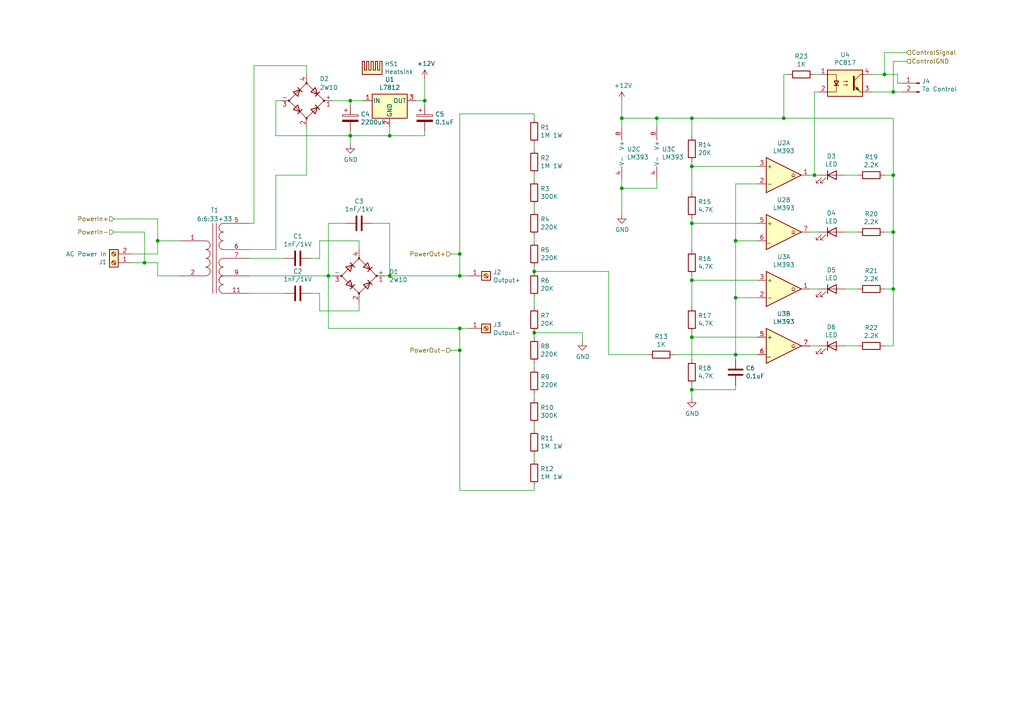
<source format=kicad_sch>
(kicad_sch (version 20211123) (generator eeschema)
  (paper "A4")
  (title_block (title "Capacitor Bank Adapter") (date "2020-09-16") (rev "1"))
  (lib_symbols
    (symbol "Comparator:LM393" (pin_names (offset 0.127))
      (property "Reference" "U" (at 3.81 3.81 0))
      (property "Value" "LM393" (at 6.35 -3.81 0))
      (symbol "LM393_1_1"
        (polyline (pts (xy -5.08 5.08) (xy 5.08 0) (xy -5.08 -5.08) (xy -5.08 5.08)) (stroke (width 0.254)) (fill (type background)))
        (polyline (pts (xy 3.302 -0.508) (xy 2.794 -0.508) (xy 3.302 0) (xy 2.794 0.508) (xy 2.286 0) (xy 2.794 -0.508) (xy 2.286 -0.508)) (stroke (width 0.127)))
        (pin open_collector line (at 7.62 0 180) (length 2.54) (name "~") (number "1"))
        (pin input line (at -7.62 -2.54 0) (length 2.54) (name "-") (number "2"))
        (pin input line (at -7.62 2.54 0) (length 2.54) (name "+") (number "3"))
      )
      (symbol "LM393_2_1"
        (polyline (pts (xy -5.08 5.08) (xy 5.08 0) (xy -5.08 -5.08) (xy -5.08 5.08)) (stroke (width 0.254)) (fill (type background)))
        (polyline (pts (xy 3.302 -0.508) (xy 2.794 -0.508) (xy 3.302 0) (xy 2.794 0.508) (xy 2.286 0) (xy 2.794 -0.508) (xy 2.286 -0.508)) (stroke (width 0.127)))
        (pin input line (at -7.62 2.54 0) (length 2.54) (name "+") (number "5"))
        (pin input line (at -7.62 -2.54 0) (length 2.54) (name "_") (number "6"))
        (pin open_collector line (at 7.62 0 180) (length 2.54) (name "~") (number "7"))
      )
      (symbol "LM393_3_1"
        (pin power_in line (at -2.54 -7.62 90) (length 3.81) (name "V-") (number "4"))
        (pin power_in line (at -2.54 7.62 270) (length 3.81) (name "V+") (number "8"))
      )
    )
    (symbol "Connector:Conn_01x02_Male" (pin_names (offset 1.016) hide)
      (property "Reference" "J" (at 0 2.54 0))
      (property "Value" "Conn_01x02_Male" (at 0 -5.08 0))
      (symbol "Conn_01x02_Male_1_1"
        (polyline (pts (xy 1.27 -2.54) (xy 0.8636 -2.54)) (stroke (width 0.1524)))
        (polyline (pts (xy 1.27 0) (xy 0.8636 0)) (stroke (width 0.1524)))
        (rectangle (start 0.8636 -2.413) (end 0 -2.667) (stroke (width 0.1524)) (fill (type outline)))
        (rectangle (start 0.8636 0.127) (end 0 -0.127) (stroke (width 0.1524)) (fill (type outline)))
        (pin passive line (at 5.08 0 180) (length 3.81) (name "Pin_1") (number "1"))
        (pin passive line (at 5.08 -2.54 180) (length 3.81) (name "Pin_2") (number "2"))
      )
    )
    (symbol "Connector:Screw_Terminal_01x01" (pin_names (offset 1.016) hide)
      (property "Reference" "J" (at 0 2.54 0))
      (property "Value" "Screw_Terminal_01x01" (at 0 -2.54 0))
      (symbol "Screw_Terminal_01x01_1_1"
        (rectangle (start -1.27 1.27) (end 1.27 -1.27) (stroke (width 0.254)) (fill (type background)))
        (polyline (pts (xy -0.5334 0.3302) (xy 0.3302 -0.508)) (stroke (width 0.1524)))
        (polyline (pts (xy -0.3556 0.508) (xy 0.508 -0.3302)) (stroke (width 0.1524)))
        (circle (center 0 0) (radius 0.635) (stroke (width 0.1524)))
        (pin passive line (at -5.08 0 0) (length 3.81) (name "Pin_1") (number "1"))
      )
    )
    (symbol "Connector:Screw_Terminal_01x02" (pin_names (offset 1.016) hide)
      (property "Reference" "J" (at 0 2.54 0))
      (property "Value" "Screw_Terminal_01x02" (at 0 -5.08 0))
      (symbol "Screw_Terminal_01x02_1_1"
        (rectangle (start -1.27 1.27) (end 1.27 -3.81) (stroke (width 0.254)) (fill (type background)))
        (circle (center 0 -2.54) (radius 0.635) (stroke (width 0.1524)))
        (polyline (pts (xy -0.5334 -2.2098) (xy 0.3302 -3.048)) (stroke (width 0.1524)))
        (polyline (pts (xy -0.5334 0.3302) (xy 0.3302 -0.508)) (stroke (width 0.1524)))
        (polyline (pts (xy -0.3556 -2.032) (xy 0.508 -2.8702)) (stroke (width 0.1524)))
        (polyline (pts (xy -0.3556 0.508) (xy 0.508 -0.3302)) (stroke (width 0.1524)))
        (circle (center 0 0) (radius 0.635) (stroke (width 0.1524)))
        (pin passive line (at -5.08 0 0) (length 3.81) (name "Pin_1") (number "1"))
        (pin passive line (at -5.08 -2.54 0) (length 3.81) (name "Pin_2") (number "2"))
      )
    )
    (symbol "CustomizedTransformer:Transformer_1P_2S_SS_12Pin" (pin_names (offset 1.016) hide)
      (property "Reference" "T" (at 0 12.7 0))
      (property "Value" "Transformer_1P_2S_SS_12Pin" (at 0 -12.7 0))
      (symbol "Transformer_1P_2S_SS_12Pin_0_1"
        (arc (start -2.54 -5.0546) (mid -1.6599 -4.6901) (end -1.27 -3.81))
        (arc (start -2.54 -2.5146) (mid -1.6599 -2.1501) (end -1.27 -1.27))
        (arc (start -2.54 0.0254) (mid -1.6599 0.3899) (end -1.27 1.27))
        (arc (start -2.54 2.5654) (mid -1.6599 2.9299) (end -1.27 3.81))
        (arc (start -1.27 -3.81) (mid -1.642 -2.912) (end -2.54 -2.54))
        (arc (start -1.27 -1.27) (mid -1.642 -0.372) (end -2.54 0))
        (arc (start -1.27 1.27) (mid -1.642 2.168) (end -2.54 2.54))
        (arc (start -1.27 3.81) (mid -1.642 4.708) (end -2.54 5.08))
        (polyline (pts (xy -0.508 -10.16) (xy -0.508 10.16)))
        (polyline (pts (xy 0.508 10.16) (xy 0.508 -10.16)))
        (arc (start 1.2954 -8.89) (mid 1.6599 -9.7701) (end 2.54 -10.1346))
        (arc (start 1.2954 -6.35) (mid 1.6599 -7.2301) (end 2.54 -7.5946))
        (arc (start 1.2954 -3.81) (mid 1.6599 -4.6901) (end 2.54 -5.0546))
        (arc (start 1.2954 -1.27) (mid 1.6599 -2.1501) (end 2.54 -2.5146))
        (arc (start 1.2954 3.81) (mid 1.6599 2.9299) (end 2.54 2.5654))
        (arc (start 1.2954 6.35) (mid 1.6599 5.4699) (end 2.54 5.1054))
        (arc (start 1.2954 8.89) (mid 1.6599 8.0099) (end 2.54 7.6454))
        (arc (start 2.54 -7.62) (mid 1.642 -7.992) (end 1.2954 -8.89))
        (arc (start 2.54 -5.08) (mid 1.642 -5.452) (end 1.2954 -6.35))
        (arc (start 2.54 -5.08) (mid 1.642 -5.452) (end 1.2954 -6.35))
        (arc (start 2.54 -2.54) (mid 1.642 -2.912) (end 1.2954 -3.81))
        (arc (start 2.54 0) (mid 1.642 -0.372) (end 1.2954 -1.27))
        (arc (start 2.54 5.08) (mid 1.642 4.708) (end 1.2954 3.81))
        (arc (start 2.54 7.62) (mid 1.642 7.248) (end 1.2954 6.35))
        (arc (start 2.54 10.16) (mid 1.642 9.788) (end 1.2954 8.89))
      )
      (symbol "Transformer_1P_2S_SS_12Pin_1_1"
        (pin passive line (at -10.16 5.08 0) (length 7.62) (name "AA") (number "1"))
        (pin passive line (at 10.16 -10.16 180) (length 7.62) (name "SE") (number "11"))
        (pin passive line (at -10.16 -5.08 0) (length 7.62) (name "AB") (number "2"))
        (pin passive line (at 10.16 10.16 180) (length 7.62) (name "SA") (number "5"))
        (pin passive line (at 10.16 2.54 180) (length 7.62) (name "SB") (number "6"))
        (pin passive line (at 10.16 0 180) (length 7.62) (name "SC") (number "7"))
        (pin passive line (at 10.16 -5.08 180) (length 7.62) (name "SD") (number "9"))
      )
    )
    (symbol "Device:C" (pin_numbers hide) (pin_names (offset 0.254))
      (property "Reference" "C" (at 0.635 2.54 0))
      (property "Value" "C" (at 0.635 -2.54 0))
      (symbol "C_0_1"
        (polyline (pts (xy -2.032 -0.762) (xy 2.032 -0.762)) (stroke (width 0.508)))
        (polyline (pts (xy -2.032 0.762) (xy 2.032 0.762)) (stroke (width 0.508)))
      )
      (symbol "C_1_1"
        (pin passive line (at 0 3.81 270) (length 2.794) (name "~") (number "1"))
        (pin passive line (at 0 -3.81 90) (length 2.794) (name "~") (number "2"))
      )
    )
    (symbol "Device:C_Polarized" (pin_numbers hide) (pin_names (offset 0.254))
      (property "Reference" "C" (at 0.635 2.54 0))
      (property "Value" "C_Polarized" (at 0.635 -2.54 0))
      (symbol "C_Polarized_0_1"
        (rectangle (start -2.286 0.508) (end 2.286 1.016))
        (polyline (pts (xy -1.778 2.286) (xy -0.762 2.286)))
        (polyline (pts (xy -1.27 2.794) (xy -1.27 1.778)))
        (rectangle (start 2.286 -0.508) (end -2.286 -1.016) (fill (type outline)))
      )
      (symbol "C_Polarized_1_1"
        (pin passive line (at 0 3.81 270) (length 2.794) (name "~") (number "1"))
        (pin passive line (at 0 -3.81 90) (length 2.794) (name "~") (number "2"))
      )
    )
    (symbol "Device:D_Bridge_+A-A" (pin_names (offset 0))
      (property "Reference" "D" (at 2.54 6.985 0))
      (property "Value" "D_Bridge_+A-A" (at 2.54 5.08 0))
      (symbol "D_Bridge_+A-A_0_1"
        (circle (center -5.08 0) (radius 0.254) (fill (type outline)))
        (circle (center 0 -5.08) (radius 0.254) (fill (type outline)))
        (polyline (pts (xy -2.54 3.81) (xy -1.27 2.54)) (stroke (width 0.254)))
        (polyline (pts (xy -1.27 -2.54) (xy -2.54 -3.81)) (stroke (width 0.254)))
        (polyline (pts (xy 2.54 -1.27) (xy 3.81 -2.54)) (stroke (width 0.254)))
        (polyline (pts (xy 2.54 1.27) (xy 3.81 2.54)) (stroke (width 0.254)))
        (polyline (pts (xy -3.81 2.54) (xy -2.54 1.27) (xy -1.905 3.175) (xy -3.81 2.54)) (stroke (width 0.254)))
        (polyline (pts (xy -2.54 -1.27) (xy -3.81 -2.54) (xy -1.905 -3.175) (xy -2.54 -1.27)) (stroke (width 0.254)))
        (polyline (pts (xy 1.27 2.54) (xy 2.54 3.81) (xy 3.175 1.905) (xy 1.27 2.54)) (stroke (width 0.254)))
        (polyline (pts (xy 3.175 -1.905) (xy 1.27 -2.54) (xy 2.54 -3.81) (xy 3.175 -1.905)) (stroke (width 0.254)))
        (polyline (pts (xy -5.08 0) (xy 0 -5.08) (xy 5.08 0) (xy 0 5.08) (xy -5.08 0)))
        (circle (center 0 5.08) (radius 0.254) (fill (type outline)))
        (circle (center 5.08 0) (radius 0.254) (fill (type outline)))
      )
      (symbol "D_Bridge_+A-A_1_1"
        (pin passive line (at 7.62 0 180) (length 2.54) (name "+") (number "1"))
        (pin passive line (at 0 -7.62 90) (length 2.54) (name "~") (number "2"))
        (pin passive line (at -7.62 0 0) (length 2.54) (name "-") (number "3"))
        (pin passive line (at 0 7.62 270) (length 2.54) (name "~") (number "4"))
      )
    )
    (symbol "Device:LED" (pin_numbers hide) (pin_names (offset 1.016) hide)
      (property "Reference" "D" (at 0 2.54 0))
      (property "Value" "LED" (at 0 -2.54 0))
      (symbol "LED_0_1"
        (polyline (pts (xy -1.27 -1.27) (xy -1.27 1.27)) (stroke (width 0.254)))
        (polyline (pts (xy -1.27 0) (xy 1.27 0)))
        (polyline (pts (xy 1.27 -1.27) (xy 1.27 1.27) (xy -1.27 0) (xy 1.27 -1.27)) (stroke (width 0.254)))
        (polyline (pts (xy -3.048 -0.762) (xy -4.572 -2.286) (xy -3.81 -2.286) (xy -4.572 -2.286) (xy -4.572 -1.524)))
        (polyline (pts (xy -1.778 -0.762) (xy -3.302 -2.286) (xy -2.54 -2.286) (xy -3.302 -2.286) (xy -3.302 -1.524)))
      )
      (symbol "LED_1_1"
        (pin passive line (at -3.81 0 0) (length 2.54) (name "K") (number "1"))
        (pin passive line (at 3.81 0 180) (length 2.54) (name "A") (number "2"))
      )
    )
    (symbol "Device:R" (pin_numbers hide) (pin_names (offset 0))
      (property "Reference" "R" (at 2.032 0 90))
      (property "Value" "R" (at 0 0 90))
      (symbol "R_0_1"
        (rectangle (start -1.016 -2.54) (end 1.016 2.54) (stroke (width 0.254)))
      )
      (symbol "R_1_1"
        (pin passive line (at 0 3.81 270) (length 1.27) (name "~") (number "1"))
        (pin passive line (at 0 -3.81 90) (length 1.27) (name "~") (number "2"))
      )
    )
    (symbol "Isolator:PC817" (pin_names (offset 1.016))
      (property "Reference" "U" (at -5.08 5.08 0))
      (property "Value" "PC817" (at 0 5.08 0))
      (symbol "PC817_0_1"
        (rectangle (start -5.08 3.81) (end 5.08 -3.81) (stroke (width 0.254)) (fill (type background)))
        (polyline (pts (xy -3.175 -0.635) (xy -1.905 -0.635)) (stroke (width 0.254)))
        (polyline (pts (xy 2.54 0.635) (xy 4.445 2.54)))
        (polyline (pts (xy 4.445 -2.54) (xy 2.54 -0.635)) (fill (type outline)))
        (polyline (pts (xy 4.445 -2.54) (xy 5.08 -2.54)))
        (polyline (pts (xy 4.445 2.54) (xy 5.08 2.54)))
        (polyline (pts (xy -5.08 2.54) (xy -2.54 2.54) (xy -2.54 -0.635)))
        (polyline (pts (xy -2.54 -0.635) (xy -2.54 -2.54) (xy -5.08 -2.54)))
        (polyline (pts (xy 2.54 1.905) (xy 2.54 -1.905) (xy 2.54 -1.905)) (stroke (width 0.508)))
        (polyline (pts (xy -2.54 -0.635) (xy -3.175 0.635) (xy -1.905 0.635) (xy -2.54 -0.635)) (stroke (width 0.254)))
        (polyline (pts (xy -0.508 -0.508) (xy 0.762 -0.508) (xy 0.381 -0.635) (xy 0.381 -0.381) (xy 0.762 -0.508)))
        (polyline (pts (xy -0.508 0.508) (xy 0.762 0.508) (xy 0.381 0.381) (xy 0.381 0.635) (xy 0.762 0.508)))
        (polyline (pts (xy 3.048 -1.651) (xy 3.556 -1.143) (xy 4.064 -2.159) (xy 3.048 -1.651) (xy 3.048 -1.651)) (fill (type outline)))
      )
      (symbol "PC817_1_1"
        (pin passive line (at -7.62 2.54 0) (length 2.54) (name "~") (number "1"))
        (pin passive line (at -7.62 -2.54 0) (length 2.54) (name "~") (number "2"))
        (pin passive line (at 7.62 -2.54 180) (length 2.54) (name "~") (number "3"))
        (pin passive line (at 7.62 2.54 180) (length 2.54) (name "~") (number "4"))
      )
    )
    (symbol "Mechanical:Heatsink" (pin_names (offset 1.016))
      (property "Reference" "HS" (at 0 5.08 0))
      (property "Value" "Heatsink" (at 0 -1.27 0))
      (symbol "Heatsink_0_1"
        (polyline (pts (xy -0.3302 1.27) (xy -0.9652 1.27) (xy -0.9652 3.81) (xy -1.6002 3.81) (xy -1.6002 1.27) (xy -2.2352 1.27) (xy -2.2352 3.81) (xy -2.8702 3.81) (xy -2.8702 0) (xy -0.9652 0)) (stroke (width 0.254)) (fill (type background)))
        (polyline (pts (xy -0.3302 1.27) (xy -0.3302 3.81) (xy 0.3048 3.81) (xy 0.3048 1.27) (xy 0.9398 1.27) (xy 0.9398 3.81) (xy 1.5748 3.81) (xy 1.5748 1.27) (xy 2.2098 1.27) (xy 2.2098 3.81) (xy 2.8448 3.81) (xy 2.8448 0) (xy -0.9652 0)) (stroke (width 0.254)) (fill (type background)))
      )
    )
    (symbol "Regulator_Linear:L7812" (pin_names (offset 0.254))
      (property "Reference" "U" (at -3.81 3.175 0))
      (property "Value" "L7812" (at 0 3.175 0))
      (symbol "L7812_0_1"
        (rectangle (start -5.08 1.905) (end 5.08 -5.08) (stroke (width 0.254)) (fill (type background)))
      )
      (symbol "L7812_1_1"
        (pin power_in line (at -7.62 0 0) (length 2.54) (name "IN") (number "1"))
        (pin power_in line (at 0 -7.62 90) (length 2.54) (name "GND") (number "2"))
        (pin power_out line (at 7.62 0 180) (length 2.54) (name "OUT") (number "3"))
      )
    )
    (symbol "power:+12V" (power) (pin_names (offset 0))
      (property "Value" "+12V" (at 0 3.556 0))
      (symbol "+12V_0_1"
        (polyline (pts (xy -0.762 1.27) (xy 0 2.54)))
        (polyline (pts (xy 0 0) (xy 0 2.54)))
        (polyline (pts (xy 0 2.54) (xy 0.762 1.27)))
      )
      (symbol "+12V_1_1"
        (pin power_in line (at 0 0 90) (length 0) hide (name "+12V") (number "1"))
      )
    )
    (symbol "power:GND" (power) (pin_names (offset 0))
      (property "Value" "GND" (at 0 -3.81 0))
      (symbol "GND_0_1"
        (polyline (pts (xy 0 0) (xy 0 -1.27) (xy 1.27 -1.27) (xy 0 -2.54) (xy -1.27 -1.27) (xy 0 -1.27)))
      )
      (symbol "GND_1_1"
        (pin power_in line (at 0 0 270) (length 0) hide (name "GND") (number "1"))
      )
    )
  )
  (junction (at 101.6 29.21))
  (junction (at 259.08 67.31))
  (junction (at 213.36 86.36))
  (junction (at 200.66 81.28))
  (junction (at 154.94 96.52))
  (junction (at 45.72 69.85))
  (junction (at 154.94 78.74))
  (junction (at 133.35 73.66))
  (junction (at 133.35 80.01))
  (junction (at 259.08 26.67))
  (junction (at 200.66 113.03))
  (junction (at 213.36 102.87))
  (junction (at 259.08 50.8))
  (junction (at 113.03 80.01))
  (junction (at 213.36 69.85))
  (junction (at 180.34 54.61))
  (junction (at 236.22 50.8))
  (junction (at 227.33 34.29))
  (junction (at 200.66 97.79))
  (junction (at 133.35 95.25))
  (junction (at 180.34 34.29))
  (junction (at 41.91 76.2))
  (junction (at 95.25 80.01))
  (junction (at 200.66 34.29))
  (junction (at 101.6 39.37))
  (junction (at 113.03 39.37))
  (junction (at 200.66 48.26))
  (junction (at 133.35 101.6))
  (junction (at 123.19 29.21))
  (junction (at 190.5 34.29))
  (junction (at 256.54 21.59))
  (junction (at 200.66 64.77))
  (junction (at 259.08 83.82))
  (wire (pts (xy 200.66 97.79) (xy 200.66 96.52)))
  (wire (pts (xy 154.94 96.52) (xy 168.91 96.52)))
  (wire (pts (xy 154.94 105.41) (xy 154.94 106.68)))
  (wire (pts (xy 73.66 19.05) (xy 88.9 19.05)))
  (wire (pts (xy 72.39 85.09) (xy 82.55 85.09)))
  (wire (pts (xy 213.36 53.34) (xy 213.36 69.85)))
  (wire (pts (xy 256.54 21.59) (xy 252.73 21.59)))
  (wire (pts (xy 133.35 80.01) (xy 135.89 80.01)))
  (wire (pts (xy 237.49 83.82) (xy 234.95 83.82)))
  (wire (pts (xy 123.19 29.21) (xy 120.65 29.21)))
  (wire (pts (xy 248.92 67.31) (xy 245.11 67.31)))
  (wire (pts (xy 213.36 104.14) (xy 213.36 102.87)))
  (wire (pts (xy 213.36 86.36) (xy 219.71 86.36)))
  (wire (pts (xy 72.39 74.93) (xy 82.55 74.93)))
  (wire (pts (xy 200.66 64.77) (xy 200.66 72.39)))
  (wire (pts (xy 154.94 96.52) (xy 154.94 97.79)))
  (wire (pts (xy 92.71 69.85) (xy 104.14 69.85)))
  (wire (pts (xy 95.25 64.77) (xy 95.25 80.01)))
  (wire (pts (xy 95.25 80.01) (xy 72.39 80.01)))
  (wire (pts (xy 180.34 34.29) (xy 190.5 34.29)))
  (wire (pts (xy 248.92 100.33) (xy 245.11 100.33)))
  (wire (pts (xy 88.9 36.83) (xy 88.9 50.8)))
  (wire (pts (xy 154.94 123.19) (xy 154.94 124.46)))
  (wire (pts (xy 261.62 24.13) (xy 260.35 24.13)))
  (wire (pts (xy 107.95 64.77) (xy 113.03 64.77)))
  (wire (pts (xy 133.35 73.66) (xy 130.81 73.66)))
  (wire (pts (xy 259.08 17.78) (xy 259.08 26.67)))
  (wire (pts (xy 154.94 33.02) (xy 133.35 33.02)))
  (wire (pts (xy 92.71 74.93) (xy 92.71 69.85)))
  (wire (pts (xy 90.17 74.93) (xy 92.71 74.93)))
  (wire (pts (xy 176.53 102.87) (xy 187.96 102.87)))
  (wire (pts (xy 237.49 100.33) (xy 234.95 100.33)))
  (wire (pts (xy 190.5 52.07) (xy 190.5 54.61)))
  (wire (pts (xy 113.03 64.77) (xy 113.03 80.01)))
  (wire (pts (xy 213.36 86.36) (xy 213.36 102.87)))
  (wire (pts (xy 200.66 48.26) (xy 200.66 46.99)))
  (wire (pts (xy 133.35 101.6) (xy 130.81 101.6)))
  (wire (pts (xy 200.66 64.77) (xy 219.71 64.77)))
  (wire (pts (xy 33.02 63.5) (xy 45.72 63.5)))
  (wire (pts (xy 95.25 80.01) (xy 95.25 95.25)))
  (wire (pts (xy 213.36 69.85) (xy 213.36 86.36)))
  (wire (pts (xy 180.34 34.29) (xy 180.34 36.83)))
  (wire (pts (xy 101.6 41.91) (xy 101.6 39.37)))
  (wire (pts (xy 100.33 64.77) (xy 95.25 64.77)))
  (wire (pts (xy 154.94 77.47) (xy 154.94 78.74)))
  (wire (pts (xy 236.22 21.59) (xy 237.49 21.59)))
  (wire (pts (xy 101.6 29.21) (xy 101.6 30.48)))
  (wire (pts (xy 88.9 50.8) (xy 80.01 50.8)))
  (wire (pts (xy 234.95 50.8) (xy 236.22 50.8)))
  (wire (pts (xy 154.94 78.74) (xy 176.53 78.74)))
  (wire (pts (xy 133.35 95.25) (xy 133.35 101.6)))
  (wire (pts (xy 45.72 76.2) (xy 45.72 80.01)))
  (wire (pts (xy 113.03 80.01) (xy 133.35 80.01)))
  (wire (pts (xy 213.36 102.87) (xy 219.71 102.87)))
  (wire (pts (xy 101.6 29.21) (xy 105.41 29.21)))
  (wire (pts (xy 45.72 69.85) (xy 52.07 69.85)))
  (wire (pts (xy 123.19 39.37) (xy 113.03 39.37)))
  (wire (pts (xy 259.08 26.67) (xy 252.73 26.67)))
  (wire (pts (xy 227.33 21.59) (xy 228.6 21.59)))
  (wire (pts (xy 180.34 54.61) (xy 180.34 62.23)))
  (wire (pts (xy 256.54 100.33) (xy 259.08 100.33)))
  (wire (pts (xy 88.9 19.05) (xy 88.9 21.59)))
  (wire (pts (xy 200.66 113.03) (xy 200.66 115.57)))
  (wire (pts (xy 256.54 83.82) (xy 259.08 83.82)))
  (wire (pts (xy 256.54 67.31) (xy 259.08 67.31)))
  (wire (pts (xy 195.58 102.87) (xy 213.36 102.87)))
  (wire (pts (xy 154.94 132.08) (xy 154.94 133.35)))
  (wire (pts (xy 236.22 50.8) (xy 237.49 50.8)))
  (wire (pts (xy 123.19 38.1) (xy 123.19 39.37)))
  (wire (pts (xy 168.91 96.52) (xy 168.91 99.06)))
  (wire (pts (xy 133.35 73.66) (xy 133.35 80.01)))
  (wire (pts (xy 190.5 34.29) (xy 190.5 36.83)))
  (wire (pts (xy 45.72 63.5) (xy 45.72 69.85)))
  (wire (pts (xy 236.22 50.8) (xy 236.22 26.67)))
  (wire (pts (xy 200.66 104.14) (xy 200.66 97.79)))
  (wire (pts (xy 261.62 26.67) (xy 259.08 26.67)))
  (wire (pts (xy 80.01 39.37) (xy 101.6 39.37)))
  (wire (pts (xy 101.6 39.37) (xy 113.03 39.37)))
  (wire (pts (xy 259.08 50.8) (xy 256.54 50.8)))
  (wire (pts (xy 72.39 64.77) (xy 73.66 64.77)))
  (wire (pts (xy 80.01 29.21) (xy 80.01 39.37)))
  (wire (pts (xy 219.71 97.79) (xy 200.66 97.79)))
  (wire (pts (xy 123.19 30.48) (xy 123.19 29.21)))
  (wire (pts (xy 133.35 33.02) (xy 133.35 73.66)))
  (wire (pts (xy 260.35 21.59) (xy 256.54 21.59)))
  (wire (pts (xy 90.17 85.09) (xy 92.71 85.09)))
  (wire (pts (xy 154.94 142.24) (xy 154.94 140.97)))
  (wire (pts (xy 133.35 101.6) (xy 133.35 142.24)))
  (wire (pts (xy 262.89 17.78) (xy 259.08 17.78)))
  (wire (pts (xy 200.66 64.77) (xy 200.66 63.5)))
  (wire (pts (xy 256.54 15.24) (xy 256.54 21.59)))
  (wire (pts (xy 213.36 69.85) (xy 219.71 69.85)))
  (wire (pts (xy 227.33 34.29) (xy 259.08 34.29)))
  (wire (pts (xy 96.52 80.01) (xy 95.25 80.01)))
  (wire (pts (xy 45.72 69.85) (xy 45.72 73.66)))
  (wire (pts (xy 154.94 33.02) (xy 154.94 34.29)))
  (wire (pts (xy 45.72 73.66) (xy 38.1 73.66)))
  (wire (pts (xy 154.94 59.69) (xy 154.94 60.96)))
  (wire (pts (xy 259.08 34.29) (xy 259.08 50.8)))
  (wire (pts (xy 133.35 142.24) (xy 154.94 142.24)))
  (wire (pts (xy 154.94 41.91) (xy 154.94 43.18)))
  (wire (pts (xy 41.91 76.2) (xy 45.72 76.2)))
  (wire (pts (xy 219.71 81.28) (xy 200.66 81.28)))
  (wire (pts (xy 200.66 80.01) (xy 200.66 81.28)))
  (wire (pts (xy 111.76 80.01) (xy 113.03 80.01)))
  (wire (pts (xy 259.08 83.82) (xy 259.08 67.31)))
  (wire (pts (xy 259.08 100.33) (xy 259.08 83.82)))
  (wire (pts (xy 180.34 54.61) (xy 180.34 52.07)))
  (wire (pts (xy 92.71 90.17) (xy 104.14 90.17)))
  (wire (pts (xy 101.6 29.21) (xy 96.52 29.21)))
  (wire (pts (xy 101.6 39.37) (xy 101.6 38.1)))
  (wire (pts (xy 200.66 39.37) (xy 200.66 34.29)))
  (wire (pts (xy 113.03 39.37) (xy 113.03 36.83)))
  (wire (pts (xy 248.92 83.82) (xy 245.11 83.82)))
  (wire (pts (xy 200.66 81.28) (xy 200.66 88.9)))
  (wire (pts (xy 154.94 50.8) (xy 154.94 52.07)))
  (wire (pts (xy 104.14 87.63) (xy 104.14 90.17)))
  (wire (pts (xy 200.66 48.26) (xy 200.66 55.88)))
  (wire (pts (xy 154.94 68.58) (xy 154.94 69.85)))
  (wire (pts (xy 33.02 67.31) (xy 41.91 67.31)))
  (wire (pts (xy 219.71 48.26) (xy 200.66 48.26)))
  (wire (pts (xy 73.66 19.05) (xy 73.66 64.77)))
  (wire (pts (xy 200.66 34.29) (xy 190.5 34.29)))
  (wire (pts (xy 154.94 114.3) (xy 154.94 115.57)))
  (wire (pts (xy 180.34 29.21) (xy 180.34 34.29)))
  (wire (pts (xy 38.1 76.2) (xy 41.91 76.2)))
  (wire (pts (xy 133.35 95.25) (xy 135.89 95.25)))
  (wire (pts (xy 123.19 22.86) (xy 123.19 29.21)))
  (wire (pts (xy 259.08 67.31) (xy 259.08 50.8)))
  (wire (pts (xy 245.11 50.8) (xy 248.92 50.8)))
  (wire (pts (xy 237.49 67.31) (xy 234.95 67.31)))
  (wire (pts (xy 200.66 111.76) (xy 200.66 113.03)))
  (wire (pts (xy 104.14 72.39) (xy 104.14 69.85)))
  (wire (pts (xy 213.36 111.76) (xy 213.36 113.03)))
  (wire (pts (xy 237.49 26.67) (xy 236.22 26.67)))
  (wire (pts (xy 154.94 86.36) (xy 154.94 88.9)))
  (wire (pts (xy 92.71 85.09) (xy 92.71 90.17)))
  (wire (pts (xy 260.35 24.13) (xy 260.35 21.59)))
  (wire (pts (xy 200.66 34.29) (xy 227.33 34.29)))
  (wire (pts (xy 45.72 80.01) (xy 52.07 80.01)))
  (wire (pts (xy 176.53 78.74) (xy 176.53 102.87)))
  (wire (pts (xy 227.33 21.59) (xy 227.33 34.29)))
  (wire (pts (xy 81.28 29.21) (xy 80.01 29.21)))
  (wire (pts (xy 180.34 54.61) (xy 190.5 54.61)))
  (wire (pts (xy 41.91 67.31) (xy 41.91 76.2)))
  (wire (pts (xy 262.89 15.24) (xy 256.54 15.24)))
  (wire (pts (xy 219.71 53.34) (xy 213.36 53.34)))
  (wire (pts (xy 72.39 72.39) (xy 80.01 72.39)))
  (wire (pts (xy 200.66 113.03) (xy 213.36 113.03)))
  (wire (pts (xy 80.01 50.8) (xy 80.01 72.39)))
  (wire (pts (xy 133.35 95.25) (xy 95.25 95.25)))
  (hierarchical_label "ControlGND" (shape input) (at 262.89 17.78 0))
  (hierarchical_label "ControlSignal" (shape input) (at 262.89 15.24 0))
  (hierarchical_label "PowerOut-" (shape input) (at 130.81 101.6 180))
  (hierarchical_label "PowerIn+" (shape input) (at 33.02 63.5 180))
  (hierarchical_label "PowerIn-" (shape input) (at 33.02 67.31 180))
  (hierarchical_label "PowerOut+" (shape input) (at 130.81 73.66 180))
  (symbol (lib_id "Connector:Conn_01x02_Male") (at 266.7 24.13 0) (mirror y) (unit 1)
    (property "Reference" "J4" (at 267.4112 23.5204 0) (effects (justify right)))
    (property "Value" "To Control" (at 267.4112 25.8318 0) (effects (justify right)))
    (property "Footprint" "Connector_PinHeader_2.54mm:PinHeader_1x02_P2.54mm_Vertical" (effects hide))
  )
  (symbol (lib_id "Connector:Screw_Terminal_01x01") (at 140.97 80.01 0) (unit 1)
    (property "Reference" "J2" (at 143.002 78.9432 0) (effects (justify left)))
    (property "Value" "Output+" (at 143.002 81.2546 0) (effects (justify left)))
    (property "Footprint" "MountingHole:MountingHole_6.4mm_M6_ISO14580_Pad" (effects hide))
  )
  (symbol (lib_id "Connector:Screw_Terminal_01x01") (at 140.97 95.25 0) (unit 1)
    (property "Reference" "J3" (at 143.002 94.1832 0) (effects (justify left)))
    (property "Value" "Output-" (at 143.002 96.4946 0) (effects (justify left)))
    (property "Footprint" "MountingHole:MountingHole_6.4mm_M6_ISO14580_Pad" (effects hide))
  )
  (symbol (lib_id "CustomizedTransformer:Transformer_1P_2S_SS_12Pin") (at 62.23 74.93 0) (unit 1)
    (property "Reference" "T1" (at 62.23 60.96 0))
    (property "Value" "6:6:33+33" (at 62.23 63.5 0))
    (property "Footprint" "Power:Transformer_Generic_EE42_12Pin" (effects hide))
  )
  (symbol (lib_id "Device:C") (at 86.36 74.93 270) (unit 1)
    (property "Reference" "C1" (at 86.36 68.5292 90))
    (property "Value" "1nF/1kV" (at 86.36 70.8406 90))
    (property "Footprint" "Capacitor_THT:C_Disc_D4.7mm_W2.5mm_P5.00mm" (effects hide))
  )
  (symbol (lib_id "Device:C") (at 86.36 85.09 270) (unit 1)
    (property "Reference" "C2" (at 86.36 78.6892 90))
    (property "Value" "1nF/1kV" (at 86.36 81.0006 90))
    (property "Footprint" "Capacitor_THT:C_Disc_D4.7mm_W2.5mm_P5.00mm" (effects hide))
  )
  (symbol (lib_id "Device:C") (at 104.14 64.77 270) (unit 1)
    (property "Reference" "C3" (at 104.14 58.3692 90))
    (property "Value" "1nF/1kV" (at 104.14 60.6806 90))
    (property "Footprint" "Capacitor_THT:C_Disc_D4.7mm_W2.5mm_P5.00mm" (effects hide))
  )
  (symbol (lib_id "Connector:Screw_Terminal_01x02") (at 33.02 76.2 180) (unit 1)
    (property "Reference" "J1" (at 30.988 75.9968 0) (effects (justify left)))
    (property "Value" "AC Power In" (at 30.988 73.6854 0) (effects (justify left)))
    (property "Footprint" "TerminalBlock:TerminalBlock_bornier-2_P5.08mm" (effects hide))
  )
  (symbol (lib_id "Device:R") (at 154.94 38.1 0) (unit 1)
    (property "Reference" "R1" (at 156.718 36.9316 0) (effects (justify left)))
    (property "Value" "1M 1W" (at 156.718 39.243 0) (effects (justify left)))
    (property "Footprint" "Resistor_THT:R_Axial_DIN0414_L11.9mm_D4.5mm_P15.24mm_Horizontal" (effects hide))
  )
  (symbol (lib_id "Device:R") (at 154.94 46.99 0) (unit 1)
    (property "Reference" "R2" (at 156.718 45.8216 0) (effects (justify left)))
    (property "Value" "1M 1W" (at 156.718 48.133 0) (effects (justify left)))
    (property "Footprint" "Resistor_THT:R_Axial_DIN0414_L11.9mm_D4.5mm_P15.24mm_Horizontal" (effects hide))
  )
  (symbol (lib_id "Device:R") (at 154.94 128.27 0) (unit 1)
    (property "Reference" "R11" (at 156.718 127.1016 0) (effects (justify left)))
    (property "Value" "1M 1W" (at 156.718 129.413 0) (effects (justify left)))
    (property "Footprint" "Resistor_THT:R_Axial_DIN0414_L11.9mm_D4.5mm_P15.24mm_Horizontal" (effects hide))
  )
  (symbol (lib_id "Device:R") (at 154.94 137.16 0) (unit 1)
    (property "Reference" "R12" (at 156.718 135.9916 0) (effects (justify left)))
    (property "Value" "1M 1W" (at 156.718 138.303 0) (effects (justify left)))
    (property "Footprint" "Resistor_THT:R_Axial_DIN0414_L11.9mm_D4.5mm_P15.24mm_Horizontal" (effects hide))
  )
  (symbol (lib_id "Device:R") (at 154.94 55.88 0) (unit 1)
    (property "Reference" "R3" (at 156.718 54.7116 0) (effects (justify left)))
    (property "Value" "300K" (at 156.718 57.023 0) (effects (justify left)))
    (property "Footprint" "Resistor_THT:R_Axial_DIN0207_L6.3mm_D2.5mm_P7.62mm_Horizontal" (effects hide))
  )
  (symbol (lib_id "Device:R") (at 154.94 64.77 0) (unit 1)
    (property "Reference" "R4" (at 156.718 63.6016 0) (effects (justify left)))
    (property "Value" "220K" (at 156.718 65.913 0) (effects (justify left)))
    (property "Footprint" "Resistor_THT:R_Axial_DIN0207_L6.3mm_D2.5mm_P7.62mm_Horizontal" (effects hide))
  )
  (symbol (lib_id "Device:R") (at 154.94 73.66 0) (unit 1)
    (property "Reference" "R5" (at 156.718 72.4916 0) (effects (justify left)))
    (property "Value" "220K" (at 156.718 74.803 0) (effects (justify left)))
    (property "Footprint" "Resistor_THT:R_Axial_DIN0207_L6.3mm_D2.5mm_P7.62mm_Horizontal" (effects hide))
  )
  (symbol (lib_id "Device:R") (at 154.94 82.55 0) (unit 1)
    (property "Reference" "R6" (at 156.718 81.3816 0) (effects (justify left)))
    (property "Value" "20K" (at 156.718 83.693 0) (effects (justify left)))
    (property "Footprint" "Resistor_THT:R_Axial_DIN0207_L6.3mm_D2.5mm_P7.62mm_Horizontal" (effects hide))
  )
  (symbol (lib_id "Device:R") (at 154.94 92.71 0) (unit 1)
    (property "Reference" "R7" (at 156.718 91.5416 0) (effects (justify left)))
    (property "Value" "20K" (at 156.718 93.853 0) (effects (justify left)))
    (property "Footprint" "Resistor_THT:R_Axial_DIN0207_L6.3mm_D2.5mm_P7.62mm_Horizontal" (effects hide))
  )
  (symbol (lib_id "Device:R") (at 154.94 119.38 0) (unit 1)
    (property "Reference" "R10" (at 156.718 118.2116 0) (effects (justify left)))
    (property "Value" "300K" (at 156.718 120.523 0) (effects (justify left)))
    (property "Footprint" "Resistor_THT:R_Axial_DIN0207_L6.3mm_D2.5mm_P7.62mm_Horizontal" (effects hide))
  )
  (symbol (lib_id "Device:R") (at 154.94 101.6 0) (unit 1)
    (property "Reference" "R8" (at 156.718 100.4316 0) (effects (justify left)))
    (property "Value" "220K" (at 156.718 102.743 0) (effects (justify left)))
    (property "Footprint" "Resistor_THT:R_Axial_DIN0207_L6.3mm_D2.5mm_P7.62mm_Horizontal" (effects hide))
  )
  (symbol (lib_id "Device:R") (at 154.94 110.49 0) (unit 1)
    (property "Reference" "R9" (at 156.718 109.3216 0) (effects (justify left)))
    (property "Value" "220K" (at 156.718 111.633 0) (effects (justify left)))
    (property "Footprint" "Resistor_THT:R_Axial_DIN0207_L6.3mm_D2.5mm_P7.62mm_Horizontal" (effects hide))
  )
  (symbol (lib_id "Comparator:LM393") (at 227.33 50.8 0) (unit 1)
    (property "Reference" "U2" (at 227.33 41.4782 0))
    (property "Value" "LM393" (at 227.33 43.7896 0))
    (property "Footprint" "Package_DIP:DIP-8_W7.62mm" (effects hide))
    (property "Datasheet" "http://www.ti.com/lit/ds/symlink/lm393-n.pdf" (effects hide))
  )
  (symbol (lib_id "Comparator:LM393") (at 227.33 67.31 0) (unit 2)
    (property "Reference" "U2" (at 227.33 57.9882 0))
    (property "Value" "LM393" (at 227.33 60.2996 0))
    (property "Datasheet" "http://www.ti.com/lit/ds/symlink/lm393-n.pdf" (effects hide))
  )
  (symbol (lib_id "Comparator:LM393") (at 193.04 44.45 0) (unit 3)
    (property "Reference" "U3" (at 191.9732 43.2816 0) (effects (justify left)))
    (property "Value" "LM393" (at 191.9732 45.593 0) (effects (justify left)))
    (property "Datasheet" "http://www.ti.com/lit/ds/symlink/lm393-n.pdf" (effects hide))
  )
  (symbol (lib_id "Comparator:LM393") (at 227.33 83.82 0) (unit 1)
    (property "Reference" "U3" (at 227.33 74.4982 0))
    (property "Value" "LM393" (at 227.33 76.8096 0))
    (property "Footprint" "Package_DIP:DIP-8_W7.62mm" (effects hide))
    (property "Datasheet" "http://www.ti.com/lit/ds/symlink/lm393-n.pdf" (effects hide))
  )
  (symbol (lib_id "Comparator:LM393") (at 227.33 100.33 0) (unit 2)
    (property "Reference" "U3" (at 227.33 91.0082 0))
    (property "Value" "LM393" (at 227.33 93.3196 0))
    (property "Datasheet" "http://www.ti.com/lit/ds/symlink/lm393-n.pdf" (effects hide))
  )
  (symbol (lib_id "Comparator:LM393") (at 182.88 44.45 0) (unit 3)
    (property "Reference" "U2" (at 181.8132 43.2816 0) (effects (justify left)))
    (property "Value" "LM393" (at 181.8132 45.593 0) (effects (justify left)))
    (property "Datasheet" "http://www.ti.com/lit/ds/symlink/lm393-n.pdf" (effects hide))
  )
  (symbol (lib_id "Device:R") (at 200.66 43.18 180) (unit 1)
    (property "Reference" "R14" (at 202.438 42.0116 0) (effects (justify right)))
    (property "Value" "20K" (at 202.438 44.323 0) (effects (justify right)))
    (property "Footprint" "Resistor_THT:R_Axial_DIN0207_L6.3mm_D2.5mm_P7.62mm_Horizontal" (effects hide))
  )
  (symbol (lib_id "Device:R") (at 200.66 59.69 180) (unit 1)
    (property "Reference" "R15" (at 202.438 58.5216 0) (effects (justify right)))
    (property "Value" "4.7K" (at 202.438 60.833 0) (effects (justify right)))
    (property "Footprint" "Resistor_THT:R_Axial_DIN0207_L6.3mm_D2.5mm_P7.62mm_Horizontal" (effects hide))
  )
  (symbol (lib_id "Device:R") (at 200.66 76.2 180) (unit 1)
    (property "Reference" "R16" (at 202.438 75.0316 0) (effects (justify right)))
    (property "Value" "4.7K" (at 202.438 77.343 0) (effects (justify right)))
    (property "Footprint" "Resistor_THT:R_Axial_DIN0207_L6.3mm_D2.5mm_P7.62mm_Horizontal" (effects hide))
  )
  (symbol (lib_id "Device:R") (at 200.66 92.71 180) (unit 1)
    (property "Reference" "R17" (at 202.438 91.5416 0) (effects (justify right)))
    (property "Value" "4.7K" (at 202.438 93.853 0) (effects (justify right)))
    (property "Footprint" "Resistor_THT:R_Axial_DIN0207_L6.3mm_D2.5mm_P7.62mm_Horizontal" (effects hide))
  )
  (symbol (lib_id "Device:R") (at 200.66 107.95 180) (unit 1)
    (property "Reference" "R18" (at 202.438 106.7816 0) (effects (justify right)))
    (property "Value" "4.7K" (at 202.438 109.093 0) (effects (justify right)))
    (property "Footprint" "Resistor_THT:R_Axial_DIN0207_L6.3mm_D2.5mm_P7.62mm_Horizontal" (effects hide))
  )
  (symbol (lib_id "Device:LED") (at 241.3 50.8 0) (unit 1)
    (property "Reference" "D3" (at 241.1222 45.3136 0))
    (property "Value" "LED" (at 241.1222 47.625 0))
    (property "Footprint" "LED_THT:LED_D3.0mm_FlatTop" (effects hide))
  )
  (symbol (lib_id "Device:LED") (at 241.3 67.31 0) (unit 1)
    (property "Reference" "D4" (at 241.1222 61.8236 0))
    (property "Value" "LED" (at 241.1222 64.135 0))
    (property "Footprint" "LED_THT:LED_D3.0mm_FlatTop" (effects hide))
  )
  (symbol (lib_id "Device:LED") (at 241.3 83.82 0) (unit 1)
    (property "Reference" "D5" (at 241.1222 78.3336 0))
    (property "Value" "LED" (at 241.1222 80.645 0))
    (property "Footprint" "LED_THT:LED_D3.0mm_FlatTop" (effects hide))
  )
  (symbol (lib_id "Device:LED") (at 241.3 100.33 0) (unit 1)
    (property "Reference" "D6" (at 241.1222 94.8436 0))
    (property "Value" "LED" (at 241.1222 97.155 0))
    (property "Footprint" "LED_THT:LED_D3.0mm_FlatTop" (effects hide))
  )
  (symbol (lib_id "Device:R") (at 252.73 50.8 270) (unit 1)
    (property "Reference" "R19" (at 252.73 45.5422 90))
    (property "Value" "2.2K" (at 252.73 47.8536 90))
    (property "Footprint" "Resistor_THT:R_Axial_DIN0207_L6.3mm_D2.5mm_P7.62mm_Horizontal" (effects hide))
  )
  (symbol (lib_id "Device:R") (at 252.73 67.31 270) (unit 1)
    (property "Reference" "R20" (at 252.73 62.0522 90))
    (property "Value" "2.2K" (at 252.73 64.3636 90))
    (property "Footprint" "Resistor_THT:R_Axial_DIN0207_L6.3mm_D2.5mm_P7.62mm_Horizontal" (effects hide))
  )
  (symbol (lib_id "Device:R") (at 252.73 83.82 270) (unit 1)
    (property "Reference" "R21" (at 252.73 78.5622 90))
    (property "Value" "2.2K" (at 252.73 80.8736 90))
    (property "Footprint" "Resistor_THT:R_Axial_DIN0207_L6.3mm_D2.5mm_P7.62mm_Horizontal" (effects hide))
  )
  (symbol (lib_id "Device:R") (at 252.73 100.33 270) (unit 1)
    (property "Reference" "R22" (at 252.73 95.0722 90))
    (property "Value" "2.2K" (at 252.73 97.3836 90))
    (property "Footprint" "Resistor_THT:R_Axial_DIN0207_L6.3mm_D2.5mm_P7.62mm_Horizontal" (effects hide))
  )
  (symbol (lib_id "power:GND") (at 200.66 115.57 0) (unit 1)
    (property "Reference" "#PWR0105" (effects hide))
    (property "Value" "GND" (at 200.787 119.9642 0))
  )
  (symbol (lib_id "Device:R") (at 191.77 102.87 270) (unit 1)
    (property "Reference" "R13" (at 191.77 97.6122 90))
    (property "Value" "1K" (at 191.77 99.9236 90))
    (property "Footprint" "Resistor_THT:R_Axial_DIN0207_L6.3mm_D2.5mm_P7.62mm_Horizontal" (effects hide))
  )
  (symbol (lib_id "Device:C") (at 213.36 107.95 0) (unit 1)
    (property "Reference" "C6" (at 216.281 106.7816 0) (effects (justify left)))
    (property "Value" "0.1uF" (at 216.281 109.093 0) (effects (justify left)))
    (property "Footprint" "Capacitor_THT:C_Disc_D3.0mm_W1.6mm_P2.50mm" (effects hide))
  )
  (symbol (lib_id "Isolator:PC817") (at 245.11 24.13 0) (unit 1)
    (property "Reference" "U4" (at 245.11 15.875 0))
    (property "Value" "PC817" (at 245.11 18.1864 0))
    (property "Footprint" "Package_DIP:DIP-4_W7.62mm" (effects hide))
    (property "Datasheet" "http://www.soselectronic.cz/a_info/resource/d/pc817.pdf" (effects hide))
  )
  (symbol (lib_id "power:+12V") (at 123.19 22.86 0) (unit 1)
    (property "Reference" "#PWR0103" (effects hide))
    (property "Value" "+12V" (at 123.571 18.4658 0))
  )
  (symbol (lib_id "Device:D_Bridge_+A-A") (at 104.14 80.01 0) (unit 1)
    (property "Reference" "D1" (at 112.8776 78.8416 0) (effects (justify left)))
    (property "Value" "2W10" (at 112.8776 81.153 0) (effects (justify left)))
    (property "Footprint" "Diode_THT:Diode_Bridge_Round_D9.0mm" (effects hide))
  )
  (symbol (lib_id "power:GND") (at 101.6 41.91 0) (unit 1)
    (property "Reference" "#PWR0104" (effects hide))
    (property "Value" "GND" (at 101.727 46.3042 0))
  )
  (symbol (lib_id "Device:C_Polarized") (at 123.19 34.29 0) (unit 1)
    (property "Reference" "C5" (at 126.1872 33.1216 0) (effects (justify left)))
    (property "Value" "0.1uF" (at 126.1872 35.433 0) (effects (justify left)))
    (property "Footprint" "Capacitor_THT:CP_Radial_D8.0mm_P3.80mm" (effects hide))
  )
  (symbol (lib_id "Mechanical:Heatsink") (at 107.95 21.59 0) (unit 1)
    (property "Reference" "HS1" (at 111.5568 18.5166 0) (effects (justify left)))
    (property "Value" "Heatsink" (at 111.5568 20.828 0) (effects (justify left)))
    (property "Footprint" "Power:Heatsink_TO220_15x10mm" (effects hide))
  )
  (symbol (lib_id "power:+12V") (at 180.34 29.21 0) (unit 1)
    (property "Reference" "#PWR0101" (effects hide))
    (property "Value" "+12V" (at 180.721 24.8158 0))
  )
  (symbol (lib_id "power:GND") (at 180.34 62.23 0) (unit 1)
    (property "Reference" "#PWR0102" (effects hide))
    (property "Value" "GND" (at 180.467 66.6242 0))
  )
  (symbol (lib_id "Device:D_Bridge_+A-A") (at 88.9 29.21 0) (unit 1)
    (property "Reference" "D2" (at 92.71 22.86 0) (effects (justify left)))
    (property "Value" "2W10" (at 92.71 25.4 0) (effects (justify left)))
    (property "Footprint" "Diode_THT:Diode_Bridge_Round_D9.0mm" (effects hide))
  )
  (symbol (lib_id "Device:C_Polarized") (at 101.6 34.29 0) (unit 1)
    (property "Reference" "C4" (at 104.5972 33.1216 0) (effects (justify left)))
    (property "Value" "2200uF" (at 104.5972 35.433 0) (effects (justify left)))
    (property "Footprint" "Capacitor_THT:CP_Radial_D13.0mm_P5.00mm" (effects hide))
  )
  (symbol (lib_id "Regulator_Linear:L7812") (at 113.03 29.21 0) (unit 1)
    (property "Reference" "U1" (at 113.03 23.0632 0))
    (property "Value" "L7812" (at 113.03 25.3746 0))
    (property "Footprint" "Package_TO_SOT_THT:TO-220-3_Vertical" (effects hide))
    (property "Datasheet" "http://www.st.com/content/ccc/resource/technical/document/datasheet/41/4f/b3/b0/12/d4/47/88/CD00000444.pdf/files/CD00000444.pdf/jcr:content/translations/en.CD00000444.pdf" (effects hide))
  )
  (symbol (lib_id "Device:R") (at 232.41 21.59 270) (unit 1)
    (property "Reference" "R23" (at 232.41 16.3322 90))
    (property "Value" "1K" (at 232.41 18.6436 90))
    (property "Footprint" "Resistor_THT:R_Axial_DIN0207_L6.3mm_D2.5mm_P7.62mm_Horizontal" (effects hide))
  )
  (symbol (lib_id "power:GND") (at 168.91 99.06 0) (unit 1)
    (property "Reference" "#PWR0106" (effects hide))
    (property "Value" "GND" (at 169.037 103.4542 0))
  )
)
</source>
